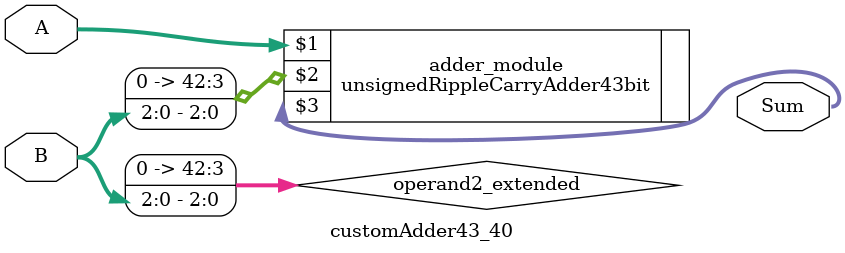
<source format=v>
module customAdder43_40(
                        input [42 : 0] A,
                        input [2 : 0] B,
                        
                        output [43 : 0] Sum
                );

        wire [42 : 0] operand2_extended;
        
        assign operand2_extended =  {40'b0, B};
        
        unsignedRippleCarryAdder43bit adder_module(
            A,
            operand2_extended,
            Sum
        );
        
        endmodule
        
</source>
